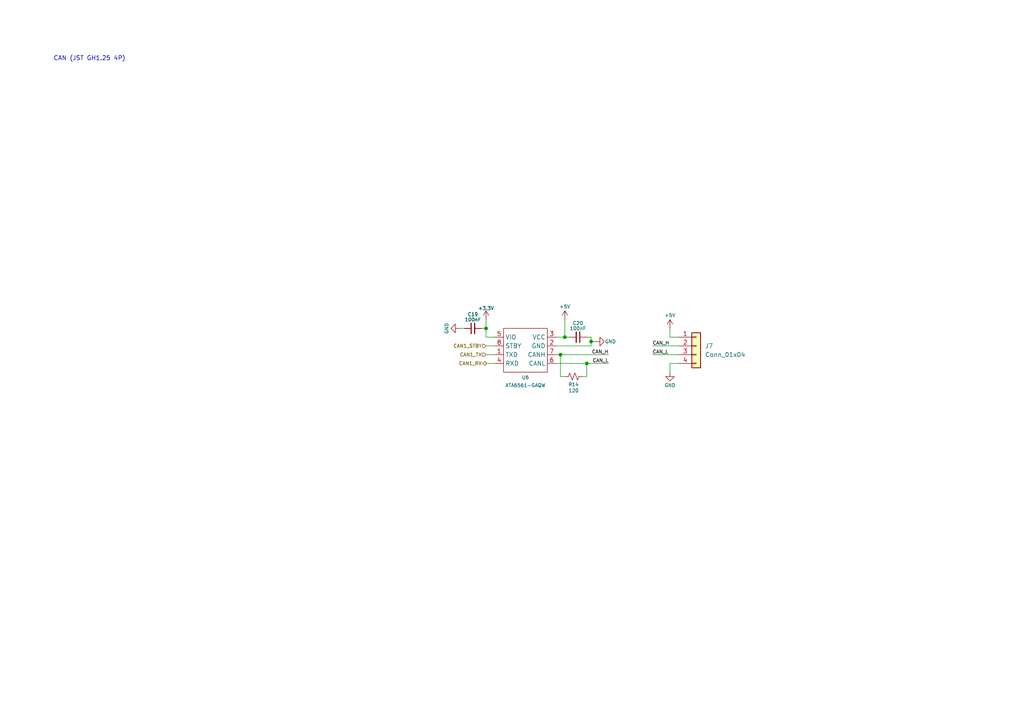
<source format=kicad_sch>
(kicad_sch (version 20231120) (generator "eeschema") (generator_version "8.0")
  (paper "A4")
  (lib_symbols
    (symbol "ATA6561-GAQW:ATA6561-GAQW_2"
      (property "Reference" "U" (at 0 7.62 0))
      (symbol "ATA6561-GAQW_2_0_1"
        (pin unspecified line (at -8.89 -1.27 0) (length 2.54) (name "TXD") (number "1"))
        (pin power_out line (at 8.89 1.27 180) (length 2.54) (name "GND") (number "2"))
        (pin power_in line (at 8.89 3.81 180) (length 2.54) (name "VCC") (number "3"))
        (pin unspecified line (at -8.89 -3.81 0) (length 2.54) (name "RXD") (number "4"))
        (pin unspecified line (at -8.89 3.81 0) (length 2.54) (name "VIO") (number "5"))
        (pin unspecified line (at 8.89 -3.81 180) (length 2.54) (name "CANL") (number "6"))
        (pin unspecified line (at -8.89 1.27 0) (length 2.54) (name "STBY") (number "8"))
      )
      (symbol "ATA6561-GAQW_2_1_1"
        (rectangle (start -6.35 6.35) (end 6.35 -6.35))
        (pin unspecified line (at 8.89 -1.27 180) (length 2.54) (name "CANH") (number "7"))
      )
    )
    (symbol "Connector_Generic:Conn_01x04" (pin_names (offset 1.016) hide)
      (property "Reference" "J" (at 0 5.08 0))
      (property "Value" "Conn_01x04" (at 0 -7.62 0))
      (symbol "Conn_01x04_1_1"
        (rectangle (start -1.27 -4.953) (end 0 -5.207) (stroke (width 0.1524)))
        (rectangle (start -1.27 -2.413) (end 0 -2.667) (stroke (width 0.1524)))
        (rectangle (start -1.27 0.127) (end 0 -0.127) (stroke (width 0.1524)))
        (rectangle (start -1.27 2.667) (end 0 2.413) (stroke (width 0.1524)))
        (rectangle (start -1.27 3.81) (end 1.27 -6.35) (stroke (width 0.254)) (fill (type background)))
        (pin passive line (at -5.08 2.54 0) (length 3.81) (name "Pin_1") (number "1"))
        (pin passive line (at -5.08 0 0) (length 3.81) (name "Pin_2") (number "2"))
        (pin passive line (at -5.08 -2.54 0) (length 3.81) (name "Pin_3") (number "3"))
        (pin passive line (at -5.08 -5.08 0) (length 3.81) (name "Pin_4") (number "4"))
      )
    )
    (symbol "Device:C_Small" (pin_numbers hide) (pin_names (offset 0.254) hide)
      (property "Reference" "C" (at 0.254 1.778 0))
      (property "Value" "C_Small" (at 0.254 -2.032 0))
      (symbol "C_Small_0_1"
        (polyline (pts (xy -1.524 -0.508) (xy 1.524 -0.508)) (stroke (width 0.3302)))
        (polyline (pts (xy -1.524 0.508) (xy 1.524 0.508)) (stroke (width 0.3048)))
      )
      (symbol "C_Small_1_1"
        (pin passive line (at 0 2.54 270) (length 2.032) (name "~") (number "1"))
        (pin passive line (at 0 -2.54 90) (length 2.032) (name "~") (number "2"))
      )
    )
    (symbol "Device:R_Small_US" (pin_numbers hide) (pin_names (offset 0.254) hide)
      (property "Reference" "R" (at 0.762 0.508 0))
      (property "Value" "R_Small_US" (at 0.762 -1.016 0))
      (symbol "R_Small_US_1_1"
        (polyline (pts (xy 0 0) (xy 1.016 -0.381) (xy 0 -0.762) (xy -1.016 -1.143) (xy 0 -1.524)))
        (polyline (pts (xy 0 1.524) (xy 1.016 1.143) (xy 0 0.762) (xy -1.016 0.381) (xy 0 0)))
        (pin passive line (at 0 2.54 270) (length 1.016) (name "~") (number "1"))
        (pin passive line (at 0 -2.54 90) (length 1.016) (name "~") (number "2"))
      )
    )
    (symbol "power:+3.3V" (power) (pin_names (offset 0))
      (property "Value" "+3.3V" (at 0 3.556 0))
      (symbol "+3.3V_0_1"
        (polyline (pts (xy -0.762 1.27) (xy 0 2.54)))
        (polyline (pts (xy 0 0) (xy 0 2.54)))
        (polyline (pts (xy 0 2.54) (xy 0.762 1.27)))
      )
      (symbol "+3.3V_1_1"
        (pin power_in line (at 0 0 90) (length 0) hide (name "+3.3V") (number "1"))
      )
    )
    (symbol "power:+5V" (power) (pin_names (offset 0))
      (property "Value" "+5V" (at 0 3.556 0))
      (symbol "+5V_0_1"
        (polyline (pts (xy -0.762 1.27) (xy 0 2.54)))
        (polyline (pts (xy 0 0) (xy 0 2.54)))
        (polyline (pts (xy 0 2.54) (xy 0.762 1.27)))
      )
      (symbol "+5V_1_1"
        (pin power_in line (at 0 0 90) (length 0) hide (name "+5V") (number "1"))
      )
    )
    (symbol "power:GND" (power) (pin_names (offset 0))
      (property "Value" "GND" (at 0 -3.81 0))
      (symbol "GND_0_1"
        (polyline (pts (xy 0 0) (xy 0 -1.27) (xy 1.27 -1.27) (xy 0 -2.54) (xy -1.27 -1.27) (xy 0 -1.27)))
      )
      (symbol "GND_1_1"
        (pin power_in line (at 0 0 270) (length 0) hide (name "GND") (number "1"))
      )
    )
  )
  (junction (at 170.18 105.41))
  (junction (at 163.83 97.79))
  (junction (at 171.45 99.06))
  (junction (at 140.97 95.25))
  (junction (at 162.56 102.87))
  (wire (pts (xy 171.45 100.33) (xy 171.45 99.06)))
  (wire (pts (xy 189.23 100.33) (xy 196.85 100.33)))
  (wire (pts (xy 194.31 97.79) (xy 196.85 97.79)))
  (wire (pts (xy 139.7 95.25) (xy 140.97 95.25)))
  (wire (pts (xy 171.45 99.06) (xy 172.72 99.06)))
  (wire (pts (xy 168.91 109.22) (xy 170.18 109.22)))
  (wire (pts (xy 170.18 105.41) (xy 176.53 105.41)))
  (wire (pts (xy 161.29 105.41) (xy 170.18 105.41)))
  (wire (pts (xy 162.56 109.22) (xy 162.56 102.87)))
  (wire (pts (xy 143.51 97.79) (xy 140.97 97.79)))
  (wire (pts (xy 163.83 109.22) (xy 162.56 109.22)))
  (wire (pts (xy 161.29 102.87) (xy 162.56 102.87)))
  (wire (pts (xy 161.29 97.79) (xy 163.83 97.79)))
  (wire (pts (xy 133.35 95.25) (xy 134.62 95.25)))
  (wire (pts (xy 194.31 95.25) (xy 194.31 97.79)))
  (wire (pts (xy 170.18 97.79) (xy 171.45 97.79)))
  (wire (pts (xy 163.83 97.79) (xy 165.1 97.79)))
  (wire (pts (xy 140.97 100.33) (xy 143.51 100.33)))
  (wire (pts (xy 140.97 102.87) (xy 143.51 102.87)))
  (wire (pts (xy 170.18 105.41) (xy 170.18 109.22)))
  (wire (pts (xy 140.97 105.41) (xy 143.51 105.41)))
  (wire (pts (xy 196.85 105.41) (xy 194.31 105.41)))
  (wire (pts (xy 140.97 95.25) (xy 140.97 97.79)))
  (wire (pts (xy 194.31 105.41) (xy 194.31 107.95)))
  (wire (pts (xy 161.29 100.33) (xy 171.45 100.33)))
  (wire (pts (xy 171.45 99.06) (xy 171.45 97.79)))
  (wire (pts (xy 162.56 102.87) (xy 176.53 102.87)))
  (wire (pts (xy 163.83 92.71) (xy 163.83 97.79)))
  (wire (pts (xy 189.23 102.87) (xy 196.85 102.87)))
  (wire (pts (xy 140.97 92.71) (xy 140.97 95.25)))
  (text "CAN (JST GH1.25 4P)" (at 15.494 17.78 0) (effects (font (size 1.27 1.27)) (justify left bottom)))
  (label "CAN_H" (at 176.53 102.87 180) (effects (font (size 1 1))))
  (label "CAN_L" (at 176.53 105.41 180) (effects (font (size 1 1))))
  (label "CAN_H" (at 189.23 100.33 0) (effects (font (size 1 1))))
  (label "CAN_L" (at 189.23 102.87 0) (effects (font (size 1 1))))
  (hierarchical_label "CAN1_RX" (shape output) (at 140.97 105.41 180) (effects (font (size 1 1))))
  (hierarchical_label "CAN1_TX" (shape input) (at 140.97 102.87 180) (effects (font (size 1 1))))
  (hierarchical_label "CAN1_STBY" (shape input) (at 140.97 100.33 180) (effects (font (size 1 1))))
  (symbol (lib_id "Device:C_Small") (at 137.16 95.25 90) (mirror x) (unit 1)
    (property "Reference" "C19" (at 137.16 91.186 90) (effects (font (size 1 1))))
    (property "Value" "100nF" (at 137.16 92.71 90) (effects (font (size 1 1))))
    (property "Footprint" "Capacitor_SMD:C_0402_1005Metric" (effects (hide yes)))
    (property "LCSC" "C1525" (effects (hide yes)))
  )
  (symbol (lib_id "Device:R_Small_US") (at 166.37 109.22 90) (unit 1)
    (property "Reference" "R14" (at 166.37 111.506 90) (effects (font (size 1 1))))
    (property "Value" "120" (at 166.37 113.284 90) (effects (font (size 1 1))))
    (property "Description" "Resistor, small US symbol" (effects (hide yes)))
  )
  (symbol (lib_id "Connector_Generic:Conn_01x04") (at 201.93 100.33 0) (unit 1)
    (property "Reference" "J7" (at 204.47 100.3299 0) (effects (justify left)))
    (property "Value" "Conn_01x04" (at 204.47 102.8699 0) (effects (justify left)))
    (property "Footprint" "Connectors_JST:JST_GH_BM04B-GHS-TBT_04x1.25mm_Straight" (effects (hide yes)))
    (property "Description" "Generic connector, single row, 01x04, script generated (kicad-library-utils/schlib/autogen/connector/)" (effects (hide yes)))
  )
  (symbol (lib_id "power:GND") (at 194.31 107.95 0) (unit 1)
    (property "Reference" "#PWR055" (effects (hide yes)))
    (property "Value" "GND" (at 194.31 111.76 0) (effects (font (size 1 1))))
  )
  (symbol (lib_id "power:+5V") (at 163.83 92.71 0) (mirror y) (unit 1)
    (property "Reference" "#PWR053" (effects (hide yes)))
    (property "Value" "+5V" (at 163.83 88.9 0) (effects (font (size 1 1))))
  )
  (symbol (lib_id "Device:C_Small") (at 167.64 97.79 270) (unit 1)
    (property "Reference" "C20" (at 167.64 93.726 90) (effects (font (size 1 1))))
    (property "Value" "100nF" (at 167.64 95.25 90) (effects (font (size 1 1))))
    (property "Footprint" "Capacitor_SMD:C_0402_1005Metric" (effects (hide yes)))
    (property "LCSC" "C1525" (effects (hide yes)))
  )
  (symbol (lib_id "ATA6561-GAQW:ATA6561-GAQW_2") (at 152.4 101.6 0) (unit 1)
    (property "Reference" "U6" (at 152.4 109.474 0) (effects (font (size 1 1))))
    (property "Value" "ATA6561-GAQW" (at 152.4 111.76 0) (effects (font (size 1 1))))
    (property "Footprint" "SOIC8_4P9X3P9MC_MCH" (effects (hide yes)))
    (property "Datasheet" "ATA6561-GAQW" (effects (hide yes)))
  )
  (symbol (lib_id "power:GND") (at 172.72 99.06 90) (unit 1)
    (property "Reference" "#PWR054" (effects (hide yes)))
    (property "Value" "GND" (at 177.038 99.06 90) (effects (font (size 1 1))))
  )
  (symbol (lib_id "power:+5V") (at 194.31 95.25 0) (mirror y) (unit 1)
    (property "Reference" "#PWR056" (effects (hide yes)))
    (property "Value" "+5V" (at 194.31 91.44 0) (effects (font (size 1 1))))
  )
  (symbol (lib_id "power:GND") (at 133.35 95.25 270) (unit 1)
    (property "Reference" "#PWR051" (effects (hide yes)))
    (property "Value" "GND" (at 129.54 95.25 0) (effects (font (size 1 1))))
  )
  (symbol (lib_id "power:+3.3V") (at 140.97 92.71 0) (unit 1)
    (property "Reference" "#PWR052" (effects (hide yes)))
    (property "Value" "+3.3V" (at 140.97 89.408 0) (effects (font (size 1 1))))
  )
)
</source>
